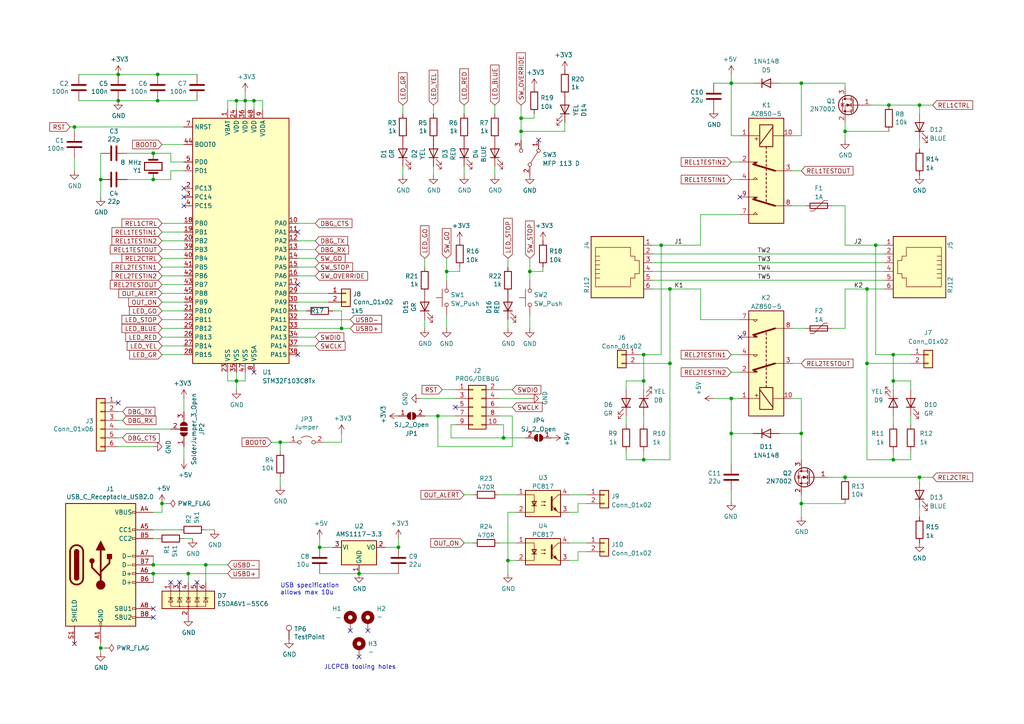
<source format=kicad_sch>
(kicad_sch (version 20211123) (generator eeschema)
  (paper "A4")
  (title_block (title "DCC cutter DC-01") (date "2023-01-22") (rev "1.0") (company "Model Railroader Club Brno I – KMŽ Brno I – https://kmz-brno.cz/") (comment 1 "Jan Horáček") (comment 2 "https://github.com/kmzbrnoI/dc01") (comment 3 "https://creativecommons.org/licenses/by-sa/4.0/") (comment 4 "Released under the Creative Commons Attribution-ShareAlike 4.0 License"))
  (junction (at 186.69 102.87))
  (junction (at 68.58 29.21))
  (junction (at 59.69 163.83))
  (junction (at 34.29 29.21))
  (junction (at 194.31 83.82))
  (junction (at 99.06 95.25))
  (junction (at 212.09 24.13))
  (junction (at 251.46 83.82))
  (junction (at 245.11 38.1))
  (junction (at 44.45 52.07))
  (junction (at 232.41 24.13))
  (junction (at 257.81 30.48))
  (junction (at 194.31 105.41))
  (junction (at 186.69 133.35))
  (junction (at 232.41 125.73))
  (junction (at 186.69 110.49))
  (junction (at 259.08 102.87))
  (junction (at 54.61 166.37))
  (junction (at 34.29 21.59))
  (junction (at 71.12 29.21))
  (junction (at 147.32 162.56))
  (junction (at 115.57 158.75))
  (junction (at 104.14 166.37))
  (junction (at 232.41 146.05))
  (junction (at 266.7 138.43))
  (junction (at 266.7 30.48))
  (junction (at 259.08 133.35))
  (junction (at 259.08 110.49))
  (junction (at 151.13 34.29))
  (junction (at 81.28 128.27))
  (junction (at 45.72 29.21))
  (junction (at 251.46 105.41))
  (junction (at 146.05 127))
  (junction (at 73.66 29.21))
  (junction (at 212.09 115.57))
  (junction (at 151.13 38.1))
  (junction (at 127 120.65))
  (junction (at 29.21 187.96))
  (junction (at 44.45 163.83))
  (junction (at 29.21 52.07))
  (junction (at 129.54 78.74))
  (junction (at 245.11 138.43))
  (junction (at 21.59 36.83))
  (junction (at 254 71.12))
  (junction (at 44.45 44.45))
  (junction (at 45.72 21.59))
  (junction (at 44.45 166.37))
  (junction (at 212.09 125.73))
  (junction (at 68.58 110.49))
  (junction (at 153.67 78.74))
  (junction (at 191.77 71.12))
  (junction (at 46.99 146.05))
  (junction (at 92.71 158.75))
  (no_connect (at 53.34 59.69))
  (no_connect (at 73.66 107.95))
  (no_connect (at 86.36 67.31))
  (no_connect (at 106.68 182.88))
  (no_connect (at 104.14 190.5))
  (no_connect (at 53.34 54.61))
  (no_connect (at 49.53 168.91))
  (no_connect (at 53.34 57.15))
  (no_connect (at 86.36 102.87))
  (no_connect (at 44.45 179.07))
  (no_connect (at 52.07 168.91))
  (no_connect (at 214.63 57.15))
  (no_connect (at 57.15 168.91))
  (no_connect (at 132.08 118.11))
  (no_connect (at 21.59 186.69))
  (no_connect (at 101.6 182.88))
  (no_connect (at 214.63 97.79))
  (no_connect (at 44.45 176.53))
  (no_connect (at 156.21 40.64))
  (no_connect (at 86.36 82.55))
  (no_connect (at 34.29 116.84))
  (wire (pts (xy 189.23 83.82) (xy 194.31 83.82)))
  (wire (pts (xy 73.66 29.21) (xy 73.66 31.75)))
  (wire (pts (xy 203.2 71.12) (xy 203.2 62.23)))
  (wire (pts (xy 130.81 127) (xy 130.81 123.19)))
  (wire (pts (xy 57.15 29.21) (xy 45.72 29.21)))
  (wire (pts (xy 251.46 83.82) (xy 251.46 105.41)))
  (wire (pts (xy 115.57 166.37) (xy 104.14 166.37)))
  (wire (pts (xy 189.23 71.12) (xy 191.77 71.12)))
  (wire (pts (xy 153.67 78.74) (xy 157.48 78.74)))
  (wire (pts (xy 266.7 30.48) (xy 266.7 33.02)))
  (wire (pts (xy 20.32 36.83) (xy 21.59 36.83)))
  (wire (pts (xy 245.11 38.1) (xy 245.11 35.56)))
  (wire (pts (xy 229.87 49.53) (xy 232.41 49.53)))
  (wire (pts (xy 125.73 48.26) (xy 125.73 50.8)))
  (wire (pts (xy 71.12 29.21) (xy 73.66 29.21)))
  (wire (pts (xy 254 102.87) (xy 259.08 102.87)))
  (wire (pts (xy 264.16 110.49) (xy 259.08 110.49)))
  (wire (pts (xy 264.16 133.35) (xy 259.08 133.35)))
  (wire (pts (xy 99.06 128.27) (xy 99.06 125.73)))
  (wire (pts (xy 153.67 91.44) (xy 153.67 95.25)))
  (wire (pts (xy 134.62 30.48) (xy 134.62 33.02)))
  (wire (pts (xy 68.58 29.21) (xy 71.12 29.21)))
  (wire (pts (xy 46.99 85.09) (xy 53.34 85.09)))
  (wire (pts (xy 189.23 76.2) (xy 256.54 76.2)))
  (wire (pts (xy 146.05 127) (xy 152.4 127)))
  (wire (pts (xy 30.48 187.96) (xy 29.21 187.96)))
  (wire (pts (xy 76.2 29.21) (xy 76.2 31.75)))
  (wire (pts (xy 44.45 52.07) (xy 49.53 52.07)))
  (wire (pts (xy 59.69 168.91) (xy 59.69 163.83)))
  (wire (pts (xy 144.78 120.65) (xy 148.59 120.65)))
  (wire (pts (xy 245.11 138.43) (xy 266.7 138.43)))
  (wire (pts (xy 143.51 50.8) (xy 143.51 48.26)))
  (wire (pts (xy 153.67 78.74) (xy 153.67 81.28)))
  (wire (pts (xy 186.69 110.49) (xy 186.69 113.03)))
  (wire (pts (xy 151.13 38.1) (xy 163.83 38.1)))
  (wire (pts (xy 55.88 156.21) (xy 53.34 156.21)))
  (wire (pts (xy 129.54 78.74) (xy 129.54 81.28)))
  (wire (pts (xy 96.52 158.75) (xy 92.71 158.75)))
  (wire (pts (xy 186.69 133.35) (xy 194.31 133.35)))
  (wire (pts (xy 232.41 146.05) (xy 232.41 143.51)))
  (wire (pts (xy 147.32 148.59) (xy 149.86 148.59)))
  (wire (pts (xy 44.45 166.37) (xy 54.61 166.37)))
  (wire (pts (xy 266.7 147.32) (xy 266.7 149.86)))
  (wire (pts (xy 212.09 142.24) (xy 212.09 145.415)))
  (wire (pts (xy 264.16 130.81) (xy 264.16 133.35)))
  (wire (pts (xy 46.99 100.33) (xy 53.34 100.33)))
  (wire (pts (xy 86.36 90.17) (xy 88.9 90.17)))
  (wire (pts (xy 132.08 113.03) (xy 128.27 113.03)))
  (wire (pts (xy 86.36 92.71) (xy 101.6 92.71)))
  (wire (pts (xy 44.45 148.59) (xy 46.99 148.59)))
  (wire (pts (xy 53.34 102.87) (xy 46.99 102.87)))
  (wire (pts (xy 66.04 29.21) (xy 68.58 29.21)))
  (wire (pts (xy 48.26 146.05) (xy 46.99 146.05)))
  (wire (pts (xy 181.61 120.65) (xy 181.61 123.19)))
  (wire (pts (xy 181.61 113.03) (xy 181.61 110.49)))
  (wire (pts (xy 22.86 21.59) (xy 34.29 21.59)))
  (wire (pts (xy 167.64 146.05) (xy 170.18 146.05)))
  (wire (pts (xy 232.41 125.73) (xy 232.41 133.35)))
  (wire (pts (xy 116.84 30.48) (xy 116.84 33.02)))
  (wire (pts (xy 21.59 36.83) (xy 53.34 36.83)))
  (wire (pts (xy 91.44 77.47) (xy 86.36 77.47)))
  (wire (pts (xy 264.16 120.65) (xy 264.16 123.19)))
  (wire (pts (xy 212.09 125.73) (xy 218.44 125.73)))
  (wire (pts (xy 165.1 157.48) (xy 170.18 157.48)))
  (wire (pts (xy 232.41 149.86) (xy 232.41 146.05)))
  (wire (pts (xy 127 120.65) (xy 132.08 120.65)))
  (wire (pts (xy 191.77 71.12) (xy 203.2 71.12)))
  (wire (pts (xy 212.09 24.13) (xy 212.09 39.37)))
  (wire (pts (xy 49.53 52.07) (xy 49.53 49.53)))
  (wire (pts (xy 229.87 39.37) (xy 232.41 39.37)))
  (wire (pts (xy 254 71.12) (xy 256.54 71.12)))
  (wire (pts (xy 34.29 119.38) (xy 35.56 119.38)))
  (wire (pts (xy 123.19 74.93) (xy 123.19 77.47)))
  (wire (pts (xy 212.09 24.13) (xy 218.44 24.13)))
  (wire (pts (xy 34.29 121.92) (xy 35.56 121.92)))
  (wire (pts (xy 212.09 115.57) (xy 214.63 115.57)))
  (wire (pts (xy 46.99 67.31) (xy 53.34 67.31)))
  (wire (pts (xy 144.78 157.48) (xy 149.86 157.48)))
  (wire (pts (xy 157.48 77.47) (xy 157.48 78.74)))
  (wire (pts (xy 144.78 143.51) (xy 149.86 143.51)))
  (wire (pts (xy 68.58 110.49) (xy 71.12 110.49)))
  (wire (pts (xy 153.67 74.93) (xy 153.67 78.74)))
  (wire (pts (xy 147.32 162.56) (xy 149.86 162.56)))
  (wire (pts (xy 163.83 35.56) (xy 163.83 38.1)))
  (wire (pts (xy 232.41 24.13) (xy 232.41 39.37)))
  (wire (pts (xy 185.42 105.41) (xy 194.31 105.41)))
  (wire (pts (xy 143.51 30.48) (xy 143.51 33.02)))
  (wire (pts (xy 49.53 124.46) (xy 34.29 124.46)))
  (wire (pts (xy 46.99 148.59) (xy 46.99 146.05)))
  (wire (pts (xy 81.28 128.27) (xy 78.74 128.27)))
  (wire (pts (xy 44.45 156.21) (xy 45.72 156.21)))
  (wire (pts (xy 245.11 146.05) (xy 232.41 146.05)))
  (wire (pts (xy 259.08 102.87) (xy 259.08 110.49)))
  (wire (pts (xy 54.61 168.91) (xy 54.61 166.37)))
  (wire (pts (xy 212.09 102.87) (xy 214.63 102.87)))
  (wire (pts (xy 147.32 162.56) (xy 147.32 148.59)))
  (wire (pts (xy 129.54 74.93) (xy 129.54 78.74)))
  (wire (pts (xy 127 120.65) (xy 123.19 120.65)))
  (wire (pts (xy 212.09 134.62) (xy 212.09 125.73)))
  (wire (pts (xy 53.34 119.38) (xy 53.34 115.57)))
  (wire (pts (xy 111.76 158.75) (xy 115.57 158.75)))
  (wire (pts (xy 62.23 153.67) (xy 59.69 153.67)))
  (wire (pts (xy 259.08 130.81) (xy 259.08 133.35)))
  (wire (pts (xy 229.87 105.41) (xy 232.41 105.41)))
  (wire (pts (xy 44.45 161.29) (xy 44.45 163.83)))
  (wire (pts (xy 229.87 115.57) (xy 232.41 115.57)))
  (wire (pts (xy 134.62 157.48) (xy 137.16 157.48)))
  (wire (pts (xy 130.81 123.19) (xy 132.08 123.19)))
  (wire (pts (xy 53.34 97.79) (xy 46.99 97.79)))
  (wire (pts (xy 144.78 123.19) (xy 146.05 123.19)))
  (wire (pts (xy 245.11 83.82) (xy 251.46 83.82)))
  (wire (pts (xy 264.16 102.87) (xy 259.08 102.87)))
  (wire (pts (xy 46.99 69.85) (xy 53.34 69.85)))
  (wire (pts (xy 181.61 110.49) (xy 186.69 110.49)))
  (wire (pts (xy 49.53 49.53) (xy 53.34 49.53)))
  (wire (pts (xy 36.83 44.45) (xy 44.45 44.45)))
  (wire (pts (xy 185.42 102.87) (xy 186.69 102.87)))
  (wire (pts (xy 232.41 115.57) (xy 232.41 125.73)))
  (wire (pts (xy 71.12 29.21) (xy 71.12 31.75)))
  (wire (pts (xy 245.11 71.12) (xy 254 71.12)))
  (wire (pts (xy 241.3 95.25) (xy 245.11 95.25)))
  (wire (pts (xy 212.09 39.37) (xy 214.63 39.37)))
  (wire (pts (xy 116.84 50.8) (xy 116.84 48.26)))
  (wire (pts (xy 86.36 87.63) (xy 95.25 87.63)))
  (wire (pts (xy 29.21 44.45) (xy 29.21 52.07)))
  (wire (pts (xy 151.13 34.29) (xy 151.13 38.1)))
  (wire (pts (xy 68.58 113.03) (xy 68.58 110.49)))
  (wire (pts (xy 144.78 118.11) (xy 148.59 118.11)))
  (wire (pts (xy 86.36 97.79) (xy 91.44 97.79)))
  (wire (pts (xy 266.7 138.43) (xy 270.51 138.43)))
  (wire (pts (xy 167.64 160.02) (xy 170.18 160.02)))
  (wire (pts (xy 207.01 115.57) (xy 212.09 115.57)))
  (wire (pts (xy 99.06 95.25) (xy 101.6 95.25)))
  (wire (pts (xy 44.45 153.67) (xy 52.07 153.67)))
  (wire (pts (xy 46.99 90.17) (xy 53.34 90.17)))
  (wire (pts (xy 154.94 33.02) (xy 154.94 34.29)))
  (wire (pts (xy 46.99 74.93) (xy 53.34 74.93)))
  (wire (pts (xy 167.64 162.56) (xy 167.64 160.02)))
  (wire (pts (xy 203.2 62.23) (xy 214.63 62.23)))
  (wire (pts (xy 46.99 82.55) (xy 53.34 82.55)))
  (wire (pts (xy 92.71 166.37) (xy 104.14 166.37)))
  (wire (pts (xy 266.7 40.64) (xy 266.7 43.18)))
  (wire (pts (xy 45.72 29.21) (xy 34.29 29.21)))
  (wire (pts (xy 130.81 127) (xy 146.05 127)))
  (wire (pts (xy 129.54 91.44) (xy 129.54 95.25)))
  (wire (pts (xy 86.36 72.39) (xy 91.44 72.39)))
  (wire (pts (xy 207.01 24.13) (xy 212.09 24.13)))
  (wire (pts (xy 46.99 87.63) (xy 53.34 87.63)))
  (wire (pts (xy 229.87 59.69) (xy 233.68 59.69)))
  (wire (pts (xy 35.56 127) (xy 34.29 127)))
  (wire (pts (xy 257.81 38.1) (xy 245.11 38.1)))
  (wire (pts (xy 68.58 107.95) (xy 68.58 110.49)))
  (wire (pts (xy 245.11 38.1) (xy 245.11 40.64)))
  (wire (pts (xy 91.44 80.01) (xy 86.36 80.01)))
  (wire (pts (xy 59.69 163.83) (xy 66.04 163.83)))
  (wire (pts (xy 46.99 92.71) (xy 53.34 92.71)))
  (wire (pts (xy 68.58 31.75) (xy 68.58 29.21)))
  (wire (pts (xy 44.45 129.54) (xy 34.29 129.54)))
  (wire (pts (xy 29.21 186.69) (xy 29.21 187.96)))
  (wire (pts (xy 259.08 110.49) (xy 259.08 113.03)))
  (wire (pts (xy 266.7 30.48) (xy 270.51 30.48)))
  (wire (pts (xy 121.92 115.57) (xy 132.08 115.57)))
  (wire (pts (xy 34.29 21.59) (xy 45.72 21.59)))
  (wire (pts (xy 212.09 52.07) (xy 214.63 52.07)))
  (wire (pts (xy 73.66 29.21) (xy 76.2 29.21)))
  (wire (pts (xy 186.69 120.65) (xy 186.69 123.19)))
  (wire (pts (xy 45.72 21.59) (xy 57.15 21.59)))
  (wire (pts (xy 186.69 102.87) (xy 186.69 110.49)))
  (wire (pts (xy 144.78 113.03) (xy 148.59 113.03)))
  (wire (pts (xy 147.32 166.37) (xy 147.32 162.56)))
  (wire (pts (xy 22.86 29.21) (xy 34.29 29.21)))
  (wire (pts (xy 44.45 44.45) (xy 49.53 44.45)))
  (wire (pts (xy 259.08 120.65) (xy 259.08 123.19)))
  (wire (pts (xy 251.46 133.35) (xy 259.08 133.35)))
  (wire (pts (xy 53.34 133.35) (xy 53.34 129.54)))
  (wire (pts (xy 46.99 72.39) (xy 53.34 72.39)))
  (wire (pts (xy 240.03 138.43) (xy 245.11 138.43)))
  (wire (pts (xy 251.46 133.35) (xy 251.46 105.41)))
  (wire (pts (xy 46.99 64.77) (xy 53.34 64.77)))
  (wire (pts (xy 212.09 107.95) (xy 214.63 107.95)))
  (wire (pts (xy 189.23 78.74) (xy 256.54 78.74)))
  (wire (pts (xy 251.46 83.82) (xy 256.54 83.82)))
  (wire (pts (xy 129.54 78.74) (xy 133.35 78.74)))
  (wire (pts (xy 127 129.54) (xy 127 120.65)))
  (wire (pts (xy 245.11 24.13) (xy 245.11 25.4)))
  (wire (pts (xy 91.44 74.93) (xy 86.36 74.93)))
  (wire (pts (xy 93.98 128.27) (xy 99.06 128.27)))
  (wire (pts (xy 71.12 107.95) (xy 71.12 110.49)))
  (wire (pts (xy 186.69 130.81) (xy 186.69 133.35)))
  (wire (pts (xy 181.61 133.35) (xy 186.69 133.35)))
  (wire (pts (xy 212.09 125.73) (xy 212.09 115.57)))
  (wire (pts (xy 125.73 30.48) (xy 125.73 33.02)))
  (wire (pts (xy 44.45 163.83) (xy 59.69 163.83)))
  (wire (pts (xy 92.71 156.21) (xy 92.71 158.75)))
  (wire (pts (xy 86.36 64.77) (xy 91.44 64.77)))
  (wire (pts (xy 254 71.12) (xy 254 102.87)))
  (wire (pts (xy 203.2 92.71) (xy 214.63 92.71)))
  (wire (pts (xy 123.19 95.25) (xy 123.19 92.71)))
  (wire (pts (xy 53.34 41.91) (xy 46.99 41.91)))
  (wire (pts (xy 151.13 30.48) (xy 151.13 34.29)))
  (wire (pts (xy 165.1 148.59) (xy 167.64 148.59)))
  (wire (pts (xy 229.87 95.25) (xy 233.68 95.25)))
  (wire (pts (xy 153.67 115.57) (xy 144.78 115.57)))
  (wire (pts (xy 245.11 59.69) (xy 245.11 71.12)))
  (wire (pts (xy 86.36 95.25) (xy 99.06 95.25)))
  (wire (pts (xy 264.16 105.41) (xy 251.46 105.41)))
  (wire (pts (xy 86.36 100.33) (xy 91.44 100.33)))
  (wire (pts (xy 49.53 46.99) (xy 49.53 44.45)))
  (wire (pts (xy 203.2 83.82) (xy 203.2 92.71)))
  (wire (pts (xy 189.23 73.66) (xy 256.54 73.66)))
  (wire (pts (xy 245.11 95.25) (xy 245.11 83.82)))
  (wire (pts (xy 189.23 81.28) (xy 256.54 81.28)))
  (wire (pts (xy 266.7 138.43) (xy 266.7 139.7)))
  (wire (pts (xy 191.77 102.87) (xy 191.77 71.12)))
  (wire (pts (xy 29.21 57.15) (xy 29.21 52.07)))
  (wire (pts (xy 86.36 69.85) (xy 91.44 69.85)))
  (wire (pts (xy 81.28 140.97) (xy 81.28 138.43)))
  (wire (pts (xy 165.1 143.51) (xy 170.18 143.51)))
  (wire (pts (xy 167.64 148.59) (xy 167.64 146.05)))
  (wire (pts (xy 46.99 77.47) (xy 53.34 77.47)))
  (wire (pts (xy 54.61 166.37) (xy 66.04 166.37)))
  (wire (pts (xy 29.21 187.96) (xy 29.21 189.23)))
  (wire (pts (xy 181.61 130.81) (xy 181.61 133.35)))
  (wire (pts (xy 71.12 26.67) (xy 71.12 29.21)))
  (wire (pts (xy 147.32 74.93) (xy 147.32 77.47)))
  (wire (pts (xy 134.62 143.51) (xy 137.16 143.51)))
  (wire (pts (xy 257.81 30.48) (xy 266.7 30.48)))
  (wire (pts (xy 252.73 30.48) (xy 257.81 30.48)))
  (wire (pts (xy 226.06 125.73) (xy 232.41 125.73)))
  (wire (pts (xy 165.1 162.56) (xy 167.64 162.56)))
  (wire (pts (xy 44.45 166.37) (xy 44.45 168.91)))
  (wire (pts (xy 241.3 59.69) (xy 245.11 59.69)))
  (wire (pts (xy 194.31 105.41) (xy 194.31 133.35)))
  (wire (pts (xy 264.16 113.03) (xy 264.16 110.49)))
  (wire (pts (xy 66.04 110.49) (xy 68.58 110.49)))
  (wire (pts (xy 194.31 105.41) (xy 194.31 83.82)))
  (wire (pts (xy 53.34 46.99) (xy 49.53 46.99)))
  (wire (pts (xy 81.28 128.27) (xy 83.82 128.27)))
  (wire (pts (xy 212.09 46.99) (xy 214.63 46.99)))
  (wire (pts (xy 66.04 107.95) (xy 66.04 110.49)))
  (wire (pts (xy 99.06 90.17) (xy 99.06 95.25)))
  (wire (pts (xy 36.83 52.07) (xy 44.45 52.07)))
  (wire (pts (xy 46.99 80.01) (xy 53.34 80.01)))
  (wire (pts (xy 232.41 24.13) (xy 245.11 24.13)))
  (wire (pts (xy 151.13 38.1) (xy 151.13 40.64)))
  (wire (pts (xy 212.09 21.59) (xy 212.09 24.13)))
  (wire (pts (xy 226.06 24.13) (xy 232.41 24.13)))
  (wire (pts (xy 86.36 85.09) (xy 95.25 85.09)))
  (wire (pts (xy 21.59 38.1) (xy 21.59 36.83)))
  (wire (pts (xy 96.52 90.17) (xy 99.06 90.17)))
  (wire (pts (xy 81.28 130.81) (xy 81.28 128.27)))
  (wire (pts (xy 115.57 156.21) (xy 115.57 158.75)))
  (wire (pts (xy 21.59 45.72) (xy 21.59 49.53)))
  (wire (pts (xy 146.05 123.19) (xy 146.05 127)))
  (wire (pts (xy 46.99 95.25) (xy 53.34 95.25)))
  (wire (pts (xy 134.62 48.26) (xy 134.62 50.8)))
  (wire (pts (xy 147.32 92.71) (xy 147.32 95.25)))
  (wire (pts (xy 186.69 102.87) (xy 191.77 102.87)))
  (wire (pts (xy 148.59 120.65) (xy 148.59 129.54)))
  (wire (pts (xy 66.04 31.75) (xy 66.04 29.21)))
  (wire (pts (xy 148.59 129.54) (xy 127 129.54)))
  (wire (pts (xy 151.13 34.29) (xy 154.94 34.29)))
  (wire (pts (xy 194.31 83.82) (xy 203.2 83.82)))
  (wire (pts (xy 133.35 77.47) (xy 133.35 78.74)))
  (text "JLCPCB tooling holes" (at 93.98 194.31 0) (effects (font (size 1.27 1.27)) (justify left bottom)))
  (text "USB specification\nallows max 10u" (at 81.28 172.72 0) (effects (font (size 1.27 1.27)) (justify left bottom)))
  (label "J2" (at 247.65 71.12 0))
  (label "TW3" (at 219.71 76.2 0))
  (label "TW4" (at 219.71 78.74 0))
  (label "TW5" (at 219.71 81.28 0))
  (label "K2" (at 247.65 83.82 0))
  (label "K1" (at 195.58 83.82 0))
  (label "TW2" (at 219.71 73.66 0))
  (label "J1" (at 195.58 71.12 0))
  (global_label "OUT_ALERT" (shape input) (at 46.99 85.09 180) (property "Intersheet References" "${INTERSHEET_REFS}" (effects hide)))
  (global_label "REL1TESTIN2" (shape input) (at 46.99 69.85 180) (property "Intersheet References" "${INTERSHEET_REFS}" (effects hide)))
  (global_label "REL1TESTIN1" (shape input) (at 46.99 67.31 180) (property "Intersheet References" "${INTERSHEET_REFS}" (effects hide)))
  (global_label "SWDIO" (shape input) (at 91.44 97.79 0) (property "Intersheet References" "${INTERSHEET_REFS}" (effects hide)))
  (global_label "RST" (shape input) (at 20.32 36.83 180) (property "Intersheet References" "${INTERSHEET_REFS}" (effects hide)))
  (global_label "REL2TESTOUT" (shape input) (at 232.41 105.41 0) (property "Intersheet References" "${INTERSHEET_REFS}" (effects hide)))
  (global_label "LED_STOP" (shape input) (at 46.99 92.71 180) (property "Intersheet References" "${INTERSHEET_REFS}" (effects hide)))
  (global_label "REL1TESTOUT" (shape input) (at 46.99 72.39 180) (property "Intersheet References" "${INTERSHEET_REFS}" (effects hide)))
  (global_label "DBG_RX" (shape input) (at 91.44 72.39 0) (property "Intersheet References" "${INTERSHEET_REFS}" (effects hide)))
  (global_label "REL1TESTIN2" (shape input) (at 212.09 46.99 180) (property "Intersheet References" "${INTERSHEET_REFS}" (effects hide)))
  (global_label "REL2TESTIN1" (shape input) (at 212.09 102.87 180) (property "Intersheet References" "${INTERSHEET_REFS}" (effects hide)))
  (global_label "USBD-" (shape input) (at 66.04 163.83 0) (property "Intersheet References" "${INTERSHEET_REFS}" (effects hide)))
  (global_label "LED_GO" (shape input) (at 123.19 74.93 90) (property "Intersheet References" "${INTERSHEET_REFS}" (effects hide)))
  (global_label "LED_GR" (shape input) (at 116.84 30.48 90) (property "Intersheet References" "${INTERSHEET_REFS}" (effects hide)))
  (global_label "LED_YEL" (shape input) (at 46.99 100.33 180) (property "Intersheet References" "${INTERSHEET_REFS}" (effects hide)))
  (global_label "DBG_TX" (shape input) (at 91.44 69.85 0) (property "Intersheet References" "${INTERSHEET_REFS}" (effects hide)))
  (global_label "SWDIO" (shape input) (at 148.59 113.03 0) (property "Intersheet References" "${INTERSHEET_REFS}" (effects hide)))
  (global_label "REL1TESTIN1" (shape input) (at 212.09 52.07 180) (property "Intersheet References" "${INTERSHEET_REFS}" (effects hide)))
  (global_label "OUT_ON" (shape input) (at 46.99 87.63 180) (property "Intersheet References" "${INTERSHEET_REFS}" (effects hide)))
  (global_label "LED_GO" (shape input) (at 46.99 90.17 180) (property "Intersheet References" "${INTERSHEET_REFS}" (effects hide)))
  (global_label "USBD-" (shape input) (at 101.6 92.71 0) (property "Intersheet References" "${INTERSHEET_REFS}" (effects hide)))
  (global_label "SW_GO" (shape input) (at 91.44 74.93 0) (property "Intersheet References" "${INTERSHEET_REFS}" (effects hide)))
  (global_label "OUT_ALERT" (shape input) (at 134.62 143.51 180) (property "Intersheet References" "${INTERSHEET_REFS}" (effects hide)))
  (global_label "LED_RED" (shape input) (at 46.99 97.79 180) (property "Intersheet References" "${INTERSHEET_REFS}" (effects hide)))
  (global_label "RST" (shape input) (at 128.27 113.03 180) (property "Intersheet References" "${INTERSHEET_REFS}" (effects hide)))
  (global_label "REL1CTRL" (shape input) (at 270.51 30.48 0) (property "Intersheet References" "${INTERSHEET_REFS}" (effects hide)))
  (global_label "SW_OVERRIDE" (shape input) (at 151.13 30.48 90) (property "Intersheet References" "${INTERSHEET_REFS}" (effects hide)))
  (global_label "REL2TESTIN2" (shape input) (at 46.99 80.01 180) (property "Intersheet References" "${INTERSHEET_REFS}" (effects hide)))
  (global_label "SW_OVERRIDE" (shape input) (at 91.44 80.01 0) (property "Intersheet References" "${INTERSHEET_REFS}" (effects hide)))
  (global_label "BOOT0" (shape input) (at 78.74 128.27 180) (property "Intersheet References" "${INTERSHEET_REFS}" (effects hide)))
  (global_label "REL2TESTIN1" (shape input) (at 46.99 77.47 180) (property "Intersheet References" "${INTERSHEET_REFS}" (effects hide)))
  (global_label "OUT_ON" (shape input) (at 134.62 157.48 180) (property "Intersheet References" "${INTERSHEET_REFS}" (effects hide)))
  (global_label "DBG_TX" (shape input) (at 35.56 119.38 0) (property "Intersheet References" "${INTERSHEET_REFS}" (effects hide)))
  (global_label "LED_GR" (shape input) (at 46.99 102.87 180) (property "Intersheet References" "${INTERSHEET_REFS}" (effects hide)))
  (global_label "SW_GO" (shape input) (at 129.54 74.93 90) (property "Intersheet References" "${INTERSHEET_REFS}" (effects hide)))
  (global_label "DBG_RX" (shape input) (at 35.56 121.92 0) (property "Intersheet References" "${INTERSHEET_REFS}" (effects hide)))
  (global_label "REL2CTRL" (shape input) (at 46.99 74.93 180) (property "Intersheet References" "${INTERSHEET_REFS}" (effects hide)))
  (global_label "LED_BLUE" (shape input) (at 46.99 95.25 180) (property "Intersheet References" "${INTERSHEET_REFS}" (effects hide)))
  (global_label "SW_STOP" (shape input) (at 153.67 74.93 90) (property "Intersheet References" "${INTERSHEET_REFS}" (effects hide)))
  (global_label "DBG_CTS" (shape input) (at 91.44 64.77 0) (property "Intersheet References" "${INTERSHEET_REFS}" (effects hide)))
  (global_label "LED_BLUE" (shape input) (at 143.51 30.48 90) (property "Intersheet References" "${INTERSHEET_REFS}" (effects hide)))
  (global_label "USBD+" (shape input) (at 101.6 95.25 0) (property "Intersheet References" "${INTERSHEET_REFS}" (effects hide)))
  (global_label "LED_RED" (shape input) (at 134.62 30.48 90) (property "Intersheet References" "${INTERSHEET_REFS}" (effects hide)))
  (global_label "SWCLK" (shape input) (at 91.44 100.33 0) (property "Intersheet References" "${INTERSHEET_REFS}" (effects hide)))
  (global_label "REL2CTRL" (shape input) (at 270.51 138.43 0) (property "Intersheet References" "${INTERSHEET_REFS}" (effects hide)))
  (global_label "BOOT0" (shape input) (at 46.99 41.91 180) (property "Intersheet References" "${INTERSHEET_REFS}" (effects hide)))
  (global_label "REL2TESTIN2" (shape input) (at 212.09 107.95 180) (property "Intersheet References" "${INTERSHEET_REFS}" (effects hide)))
  (global_label "REL2TESTOUT" (shape input) (at 46.99 82.55 180) (property "Intersheet References" "${INTERSHEET_REFS}" (effects hide)))
  (global_label "LED_YEL" (shape input) (at 125.73 30.48 90) (property "Intersheet References" "${INTERSHEET_REFS}" (effects hide)))
  (global_label "DBG_CTS" (shape input) (at 35.56 127 0) (property "Intersheet References" "${INTERSHEET_REFS}" (effects hide)))
  (global_label "SWCLK" (shape input) (at 148.59 118.11 0) (property "Intersheet References" "${INTERSHEET_REFS}" (effects hide)))
  (global_label "SW_STOP" (shape input) (at 91.44 77.47 0) (property "Intersheet References" "${INTERSHEET_REFS}" (effects hide)))
  (global_label "USBD+" (shape input) (at 66.04 166.37 0) (property "Intersheet References" "${INTERSHEET_REFS}" (effects hide)))
  (global_label "REL1CTRL" (shape input) (at 46.99 64.77 180) (property "Intersheet References" "${INTERSHEET_REFS}" (effects hide)))
  (global_label "REL1TESTOUT" (shape input) (at 232.41 49.53 0) (property "Intersheet References" "${INTERSHEET_REFS}" (effects hide)))
  (global_label "LED_STOP" (shape input) (at 147.32 74.93 90) (property "Intersheet References" "${INTERSHEET_REFS}" (effects hide)))
  (symbol (lib_id "Connector:RJ12") (at 266.7 76.2 180) (unit 1)
    (property "Reference" "J5" (at 275.59 72.39 90) (effects (justify right)))
    (property "Value" "RJ12" (at 275.59 85.09 90) (effects (justify right)))
    (property "Footprint" "Connector_RJ:RJ25_Wayconn_MJEA-660X1_Horizontal" (effects hide))
    (property "JLCPCB_IGNORE" "true" (effects hide))
  )
  (symbol (lib_id "Connector:RJ12") (at 179.07 76.2 0) (mirror x) (unit 1)
    (property "Reference" "J4" (at 170.18 72.39 90) (effects (justify right)))
    (property "Value" "RJ12" (at 170.18 85.09 90) (effects (justify right)))
    (property "Footprint" "Connector_RJ:RJ25_Wayconn_MJEA-660X1_Horizontal" (effects hide))
    (property "JLCPCB_IGNORE" "true" (effects hide))
  )
  (symbol (lib_id "Device:C") (at 92.71 162.56 0) (mirror x) (unit 1)
    (property "Reference" "C8" (at 89.789 161.3916 0) (effects (justify right)))
    (property "Value" "10u" (at 89.789 163.703 0) (effects (justify right)))
    (property "Footprint" "Capacitor_SMD:C_0805_2012Metric" (effects hide))
    (property "LCSC" "C45783" (effects hide))
  )
  (symbol (lib_id "Device:R") (at 49.53 156.21 270) (mirror x) (unit 1)
    (property "Reference" "R1" (at 48.3616 157.988 0) (effects (justify right)))
    (property "Value" "5k1" (at 50.673 157.988 0) (effects (justify right)))
    (property "Footprint" "Resistor_SMD:R_0805_2012Metric" (effects hide))
    (property "LCSC" "C27834" (effects hide))
  )
  (symbol (lib_id "power:GND") (at 29.21 189.23 0) (unit 1)
    (property "Reference" "#PWR05" (effects hide))
    (property "Value" "GND" (at 29.337 193.6242 0))
  )
  (symbol (lib_id "Connector:USB_C_Receptacle_USB2.0") (at 29.21 163.83 0) (unit 1)
    (property "Reference" "J1" (at 31.9278 141.8082 0))
    (property "Value" "USB_C_Receptacle_USB2.0" (at 31.9278 144.1196 0))
    (property "Footprint" "Connector_USB:USB_C_Receptacle_HRO_TYPE-C-31-M-12" (effects hide))
    (property "Datasheet" "https://www.usb.org/sites/default/files/documents/usb_type-c.zip" (effects hide))
    (property "LCSC" "C165948" (effects hide))
  )
  (symbol (lib_id "Device:R") (at 55.88 153.67 90) (unit 1)
    (property "Reference" "R2" (at 54.7116 151.892 0) (effects (justify left)))
    (property "Value" "5k1" (at 57.023 151.892 0) (effects (justify left)))
    (property "Footprint" "Resistor_SMD:R_0805_2012Metric" (effects hide))
    (property "LCSC" "C27834" (effects hide))
  )
  (symbol (lib_id "power:GND") (at 55.88 156.21 0) (unit 1)
    (property "Reference" "#PWR07" (effects hide))
    (property "Value" "GND" (at 56.007 160.6042 0))
  )
  (symbol (lib_id "power:GND") (at 62.23 153.67 0) (unit 1)
    (property "Reference" "#PWR010" (effects hide))
    (property "Value" "GND" (at 62.357 158.0642 0))
  )
  (symbol (lib_id "MCU_ST_STM32F1:STM32F103C8Tx") (at 71.12 69.85 0) (unit 1)
    (property "Reference" "U1" (at 77.47 107.95 0))
    (property "Value" "STM32F103C8Tx" (at 83.82 110.49 0))
    (property "Footprint" "Package_QFP:LQFP-48_7x7mm_P0.5mm" (effects hide))
    (property "Datasheet" "http://www.st.com/st-web-ui/static/active/en/resource/technical/document/datasheet/CD00161566.pdf" (effects hide))
    (property "LCSC" "C8734" (effects hide))
    (property "JLCPCB_CORRECTION" "0;0;-90" (effects hide))
  )
  (symbol (lib_id "Regulator_Linear:AMS1117-3.3") (at 104.14 158.75 0) (unit 1)
    (property "Reference" "U2" (at 104.14 152.6032 0))
    (property "Value" "AMS1117-3.3" (at 104.14 154.9146 0))
    (property "Footprint" "Package_TO_SOT_SMD:SOT-223-3_TabPin2" (effects hide))
    (property "Datasheet" "http://www.advanced-monolithic.com/pdf/ds1117.pdf" (effects hide))
    (property "LCSC" "C6186" (effects hide))
    (property "JLCPCB_CORRECTION" "0;0;180" (effects hide))
  )
  (symbol (lib_id "Device:C") (at 57.15 25.4 0) (mirror x) (unit 1)
    (property "Reference" "C7" (at 54.229 24.2316 0) (effects (justify right)))
    (property "Value" "100n" (at 54.229 26.543 0) (effects (justify right)))
    (property "Footprint" "Capacitor_SMD:C_0805_2012Metric" (effects hide))
    (property "LCSC" "C49678" (effects hide))
  )
  (symbol (lib_id "power:+3V3") (at 115.57 156.21 0) (unit 1)
    (property "Reference" "#PWR013" (effects hide))
    (property "Value" "+3V3" (at 115.951 151.8158 0))
  )
  (symbol (lib_id "Device:C") (at 115.57 162.56 0) (unit 1)
    (property "Reference" "C9" (at 118.491 161.3916 0) (effects (justify left)))
    (property "Value" "22u" (at 118.491 163.703 0) (effects (justify left)))
    (property "Footprint" "Capacitor_SMD:C_0805_2012Metric" (effects hide))
    (property "LCSC" "C45783" (effects hide))
  )
  (symbol (lib_id "power:+5V") (at 46.99 146.05 0) (unit 1)
    (property "Reference" "#PWR06" (effects hide))
    (property "Value" "+5V" (at 47.371 141.6558 0))
  )
  (symbol (lib_id "power:+5V") (at 92.71 156.21 0) (unit 1)
    (property "Reference" "#PWR011" (effects hide))
    (property "Value" "+5V" (at 93.091 151.8158 0))
  )
  (symbol (lib_id "power:GND") (at 104.14 166.37 0) (unit 1)
    (property "Reference" "#PWR012" (effects hide))
    (property "Value" "GND" (at 104.267 170.7642 0))
  )
  (symbol (lib_id "Jumper:SolderJumper_2_Open") (at 119.38 120.65 0) (unit 1)
    (property "Reference" "JP1" (at 119.38 125.73 0))
    (property "Value" "SJ_2_Open" (at 119.38 123.19 0))
    (property "Footprint" "Jumper:SolderJumper-2_P1.3mm_Open_RoundedPad1.0x1.5mm" (effects hide))
    (property "JLCPCB_IGNORE" "true" (effects hide))
  )
  (symbol (lib_id "Connector_Generic:Conn_02x05_Odd_Even") (at 137.16 118.11 0) (unit 1)
    (property "Reference" "J2" (at 138.43 107.5182 0))
    (property "Value" "PROG/DEBUG" (at 138.43 109.8296 0))
    (property "Footprint" "Connector_PinHeader_2.54mm:PinHeader_2x05_P2.54mm_Vertical" (effects hide))
    (property "JLCPCB_IGNORE" "true" (effects hide))
  )
  (symbol (lib_id "Jumper:Jumper_2_Open") (at 88.9 128.27 0) (unit 1)
    (property "Reference" "JP3" (at 88.9 121.5644 0))
    (property "Value" "Jumper" (at 88.9 123.8758 0))
    (property "Footprint" "Connector_PinHeader_2.54mm:PinHeader_1x02_P2.54mm_Vertical" (effects hide))
    (property "JLCPCB_IGNORE" "true" (effects hide))
  )
  (symbol (lib_id "power:+3V3") (at 71.12 26.67 0) (unit 1)
    (property "Reference" "#PWR09" (effects hide))
    (property "Value" "+3V3" (at 71.501 22.2758 0))
  )
  (symbol (lib_id "power:GND") (at 68.58 113.03 0) (unit 1)
    (property "Reference" "#PWR08" (effects hide))
    (property "Value" "GND" (at 68.707 117.4242 0))
  )
  (symbol (lib_id "Device:R") (at 81.28 134.62 0) (mirror x) (unit 1)
    (property "Reference" "R4" (at 79.502 133.4516 0) (effects (justify right)))
    (property "Value" "10k" (at 79.502 135.763 0) (effects (justify right)))
    (property "Footprint" "Resistor_SMD:R_0805_2012Metric" (effects hide))
    (property "LCSC" "C17414" (effects hide))
  )
  (symbol (lib_id "power:GND") (at 81.28 140.97 0) (unit 1)
    (property "Reference" "#PWR016" (effects hide))
    (property "Value" "GND" (at 81.407 145.3642 0))
  )
  (symbol (lib_id "Device:Crystal") (at 44.45 48.26 90) (unit 1)
    (property "Reference" "Y1" (at 41.1226 49.4284 90) (effects (justify left)))
    (property "Value" "8 MHz" (at 41.1226 47.117 90) (effects (justify left)))
    (property "Footprint" "Crystal:Crystal_SMD_5032-2Pin_5.0x3.2mm" (effects hide))
    (property "LCSC" "C115962" (effects hide))
  )
  (symbol (lib_id "Device:C") (at 33.02 44.45 270) (unit 1)
    (property "Reference" "C3" (at 33.02 38.0492 90))
    (property "Value" "22p" (at 33.02 40.3606 90))
    (property "Footprint" "Capacitor_SMD:C_0805_2012Metric" (effects hide))
    (property "LCSC" "C1804" (effects hide))
  )
  (symbol (lib_id "Device:C") (at 33.02 52.07 90) (mirror x) (unit 1)
    (property "Reference" "C4" (at 33.02 56.134 90))
    (property "Value" "22p" (at 33.02 58.4454 90))
    (property "Footprint" "Capacitor_SMD:C_0805_2012Metric" (effects hide))
    (property "LCSC" "C1804" (effects hide))
  )
  (symbol (lib_id "power:GND") (at 121.92 115.57 270) (unit 1)
    (property "Reference" "#PWR017" (effects hide))
    (property "Value" "GND" (at 117.5258 115.697 0))
  )
  (symbol (lib_id "power:GND") (at 153.67 115.57 90) (unit 1)
    (property "Reference" "#PWR025" (effects hide))
    (property "Value" "GND" (at 158.0642 115.443 0))
  )
  (symbol (lib_id "power:+3V3") (at 99.06 125.73 0) (unit 1)
    (property "Reference" "#PWR023" (effects hide))
    (property "Value" "+3V3" (at 99.441 121.3358 0))
  )
  (symbol (lib_id "power:GND") (at 29.21 57.15 0) (unit 1)
    (property "Reference" "#PWR02" (effects hide))
    (property "Value" "GND" (at 29.337 61.5442 0))
  )
  (symbol (lib_id "power:+3V3") (at 115.57 120.65 90) (unit 1)
    (property "Reference" "#PWR015" (effects hide))
    (property "Value" "+3V3" (at 111.1758 120.269 0))
  )
  (symbol (lib_id "power:+3V3") (at 34.29 21.59 0) (unit 1)
    (property "Reference" "#PWR03" (effects hide))
    (property "Value" "+3V3" (at 34.671 17.1958 0))
  )
  (symbol (lib_id "power:GND") (at 34.29 29.21 0) (unit 1)
    (property "Reference" "#PWR04" (effects hide))
    (property "Value" "GND" (at 34.417 33.6042 0))
  )
  (symbol (lib_id "Device:C") (at 34.29 25.4 0) (mirror x) (unit 1)
    (property "Reference" "C5" (at 31.369 24.2316 0) (effects (justify right)))
    (property "Value" "100n" (at 31.369 26.543 0) (effects (justify right)))
    (property "Footprint" "Capacitor_SMD:C_0805_2012Metric" (effects hide))
    (property "LCSC" "C49678" (effects hide))
  )
  (symbol (lib_id "Jumper:SolderJumper_2_Open") (at 156.21 127 180) (unit 1)
    (property "Reference" "JP4" (at 156.21 121.92 0))
    (property "Value" "SJ_2_Open" (at 156.21 124.46 0))
    (property "Footprint" "Jumper:SolderJumper-2_P1.3mm_Open_RoundedPad1.0x1.5mm" (effects hide))
    (property "JLCPCB_IGNORE" "true" (effects hide))
  )
  (symbol (lib_id "Device:C") (at 22.86 25.4 0) (mirror x) (unit 1)
    (property "Reference" "C2" (at 19.939 24.2316 0) (effects (justify right)))
    (property "Value" "100n" (at 19.939 26.543 0) (effects (justify right)))
    (property "Footprint" "Capacitor_SMD:C_0805_2012Metric" (effects hide))
    (property "LCSC" "C49678" (effects hide))
  )
  (symbol (lib_id "Device:C") (at 45.72 25.4 0) (mirror x) (unit 1)
    (property "Reference" "C6" (at 42.799 24.2316 0) (effects (justify right)))
    (property "Value" "100n" (at 42.799 26.543 0) (effects (justify right)))
    (property "Footprint" "Capacitor_SMD:C_0805_2012Metric" (effects hide))
    (property "LCSC" "C49678" (effects hide))
  )
  (symbol (lib_id "power:+5V") (at 160.02 127 270) (unit 1)
    (property "Reference" "#PWR026" (effects hide))
    (property "Value" "+5V" (at 164.4142 127.381 0))
  )
  (symbol (lib_id "power:PWR_FLAG") (at 30.48 187.96 270) (unit 1)
    (property "Reference" "#FLG01" (effects hide))
    (property "Value" "PWR_FLAG" (at 33.7312 187.96 90) (effects (justify left)))
  )
  (symbol (lib_id "power:PWR_FLAG") (at 48.26 146.05 270) (unit 1)
    (property "Reference" "#FLG02" (effects hide))
    (property "Value" "PWR_FLAG" (at 51.5112 146.05 90) (effects (justify left)))
  )
  (symbol (lib_id "Device:C") (at 21.59 41.91 0) (mirror x) (unit 1)
    (property "Reference" "C1" (at 18.669 40.7416 0) (effects (justify right)))
    (property "Value" "100n" (at 18.669 43.053 0) (effects (justify right)))
    (property "Footprint" "Capacitor_SMD:C_0805_2012Metric" (effects hide))
    (property "LCSC" "C49678" (effects hide))
  )
  (symbol (lib_id "power:GND") (at 21.59 49.53 0) (unit 1)
    (property "Reference" "#PWR01" (effects hide))
    (property "Value" "GND" (at 21.717 53.9242 0))
  )
  (symbol (lib_id "power:GND") (at 44.45 129.54 90) (mirror x) (unit 1)
    (property "Reference" "#PWR022" (effects hide))
    (property "Value" "GND" (at 48.8442 129.667 0))
  )
  (symbol (lib_id "Connector_Generic:Conn_01x06") (at 29.21 121.92 0) (mirror y) (unit 1)
    (property "Reference" "J3" (at 27.178 122.1232 0) (effects (justify left)))
    (property "Value" "Conn_01x06" (at 27.178 124.4346 0) (effects (justify left)))
    (property "Footprint" "Connector_PinHeader_2.54mm:PinHeader_1x06_P2.54mm_Vertical" (effects hide))
    (property "JLCPCB_IGNORE" "true" (effects hide))
  )
  (symbol (lib_id "Power_Protection:ESDA6V1-5SC6") (at 54.61 173.99 0) (unit 1)
    (property "Reference" "D7" (at 62.992 172.8216 0) (effects (justify left)))
    (property "Value" "ESDA6V1-5SC6" (at 62.992 175.133 0) (effects (justify left)))
    (property "Footprint" "Package_TO_SOT_SMD:SOT-23-6" (effects hide))
    (property "Datasheet" "www.st.com/resource/en/datasheet/esda6v1-5sc6.pdf" (effects hide))
    (property "LCSC" "C6650" (effects hide))
    (property "JLCPCB_CORRECTION" "0;0;180" (effects hide))
  )
  (symbol (lib_id "power:GND") (at 54.61 179.07 0) (unit 1)
    (property "Reference" "#PWR0103" (effects hide))
    (property "Value" "GND" (at 54.737 183.4642 0))
  )
  (symbol (lib_id "Jumper:SolderJumper_3_Open") (at 53.34 124.46 270) (mirror x) (unit 1)
    (property "Reference" "JP2" (at 58.547 124.46 0))
    (property "Value" "SolderJumper_3_Open" (at 56.2356 124.46 0))
    (property "Footprint" "Jumper:SolderJumper-3_P1.3mm_Open_RoundedPad1.0x1.5mm_NumberLabels" (effects hide))
    (property "JLCPCB_IGNORE" "true" (effects hide))
  )
  (symbol (lib_id "power:+3V3") (at 53.34 115.57 0) (mirror y) (unit 1)
    (property "Reference" "#PWR019" (effects hide))
    (property "Value" "+3V3" (at 52.959 111.1758 0))
  )
  (symbol (lib_id "power:+5V") (at 53.34 133.35 0) (mirror x) (unit 1)
    (property "Reference" "#PWR020" (effects hide))
    (property "Value" "+5V" (at 53.721 137.7442 0))
  )
  (symbol (lib_id "Device:LED") (at 143.51 44.45 90) (unit 1)
    (property "Reference" "D4" (at 137.9982 44.6278 0))
    (property "Value" "BLUE" (at 140.3096 44.6278 0))
    (property "Footprint" "LED_SMD:LED_0805_2012Metric" (effects hide))
    (property "LCSC" "C2293" (effects hide))
  )
  (symbol (lib_id "Device:LED") (at 134.62 44.45 90) (unit 1)
    (property "Reference" "D3" (at 129.1082 44.6278 0))
    (property "Value" "RED" (at 131.4196 44.6278 0))
    (property "Footprint" "LED_SMD:LED_0805_2012Metric" (effects hide))
    (property "LCSC" "C84256" (effects hide))
  )
  (symbol (lib_id "Device:LED") (at 125.73 44.45 90) (unit 1)
    (property "Reference" "D2" (at 120.2182 44.6278 0))
    (property "Value" "YEL" (at 122.5296 44.6278 0))
    (property "Footprint" "LED_SMD:LED_0805_2012Metric" (effects hide))
    (property "LCSC" "C2296" (effects hide))
  )
  (symbol (lib_id "Device:LED") (at 116.84 44.45 90) (unit 1)
    (property "Reference" "D1" (at 111.3282 44.6278 0))
    (property "Value" "GR" (at 113.6396 44.6278 0))
    (property "Footprint" "LED_SMD:LED_0805_2012Metric" (effects hide))
    (property "LCSC" "C2297" (effects hide))
  )
  (symbol (lib_id "Connector:TestPoint") (at 83.82 185.42 0) (unit 1)
    (property "Reference" "TP6" (at 85.2932 182.4228 0) (effects (justify left)))
    (property "Value" "TestPoint" (at 85.2932 184.7342 0) (effects (justify left)))
    (property "Footprint" "TestPoint:TestPoint_Loop_D3.50mm_Drill1.4mm_Beaded" (effects hide))
    (property "JLCPCB_IGNORE" "true" (effects hide))
  )
  (symbol (lib_id "power:GND") (at 83.82 185.42 0) (unit 1)
    (property "Reference" "#PWR0104" (effects hide))
    (property "Value" "GND" (at 83.947 189.8142 0))
  )
  (symbol (lib_id "power:GND") (at 116.84 50.8 0) (unit 1)
    (property "Reference" "#PWR014" (effects hide))
    (property "Value" "GND" (at 116.967 55.1942 0))
  )
  (symbol (lib_id "Connector_Generic:Conn_01x02") (at 100.33 85.09 0) (unit 1)
    (property "Reference" "J8" (at 102.362 85.2932 0) (effects (justify left)))
    (property "Value" "Conn_01x02" (at 102.362 87.6046 0) (effects (justify left)))
    (property "Footprint" "Connector_PinHeader_2.54mm:PinHeader_1x02_P2.54mm_Vertical" (effects hide))
    (property "JLCPCB_IGNORE" "true" (effects hide))
  )
  (symbol (lib_id "Device:R") (at 92.71 90.17 270) (mirror x) (unit 1)
    (property "Reference" "R17" (at 93.98 90.17 90) (effects (justify right)))
    (property "Value" "1k5" (at 105.41 90.17 90) (effects (justify right)))
    (property "Footprint" "Resistor_SMD:R_0805_2012Metric" (effects hide))
    (property "LCSC" "C4310" (effects hide))
  )
  (symbol (lib_id "power:GND") (at 125.73 50.8 0) (unit 1)
    (property "Reference" "#PWR018" (effects hide))
    (property "Value" "GND" (at 125.857 55.1942 0))
  )
  (symbol (lib_id "power:GND") (at 134.62 50.8 0) (unit 1)
    (property "Reference" "#PWR021" (effects hide))
    (property "Value" "GND" (at 134.747 55.1942 0))
  )
  (symbol (lib_id "power:GND") (at 143.51 50.8 0) (unit 1)
    (property "Reference" "#PWR024" (effects hide))
    (property "Value" "GND" (at 143.637 55.1942 0))
  )
  (symbol (lib_id "Device:R") (at 116.84 36.83 0) (mirror x) (unit 1)
    (property "Reference" "R3" (at 115.062 35.6616 0) (effects (justify right)))
    (property "Value" "1k" (at 115.062 37.973 0) (effects (justify right)))
    (property "Footprint" "Resistor_SMD:R_0805_2012Metric" (effects hide))
    (property "LCSC" "C17513" (effects hide))
  )
  (symbol (lib_id "Device:R") (at 125.73 36.83 0) (mirror x) (unit 1)
    (property "Reference" "R5" (at 123.952 35.6616 0) (effects (justify right)))
    (property "Value" "1k" (at 123.952 37.973 0) (effects (justify right)))
    (property "Footprint" "Resistor_SMD:R_0805_2012Metric" (effects hide))
    (property "LCSC" "C17513" (effects hide))
  )
  (symbol (lib_id "Device:R") (at 134.62 36.83 0) (mirror x) (unit 1)
    (property "Reference" "R6" (at 132.842 35.6616 0) (effects (justify right)))
    (property "Value" "1k" (at 132.842 37.973 0) (effects (justify right)))
    (property "Footprint" "Resistor_SMD:R_0805_2012Metric" (effects hide))
    (property "LCSC" "C17513" (effects hide))
  )
  (symbol (lib_id "Device:R") (at 143.51 36.83 0) (mirror x) (unit 1)
    (property "Reference" "R7" (at 141.732 35.6616 0) (effects (justify right)))
    (property "Value" "1k" (at 141.732 37.973 0) (effects (justify right)))
    (property "Footprint" "Resistor_SMD:R_0805_2012Metric" (effects hide))
    (property "LCSC" "C17513" (effects hide))
  )
  (symbol (lib_id "Mechanical:MountingHole_Pad") (at 106.68 180.34 0) (unit 1)
    (property "Reference" "H2" (at 109.22 176.5554 0) (effects (justify left)))
    (property "Value" "-" (at 109.22 178.8668 0) (effects (justify left)))
    (property "Footprint" "jlcpcb_tooling_holes:jlcpcb_tooling_holes" (effects hide))
    (property "JLCPCB_IGNORE" "true" (effects hide))
  )
  (symbol (lib_id "Mechanical:MountingHole_Pad") (at 101.6 180.34 0) (mirror y) (unit 1)
    (property "Reference" "H1" (at 99.06 176.53 0) (effects (justify left)))
    (property "Value" "-" (at 99.06 179.07 0) (effects (justify left)))
    (property "Footprint" "jlcpcb_tooling_holes:jlcpcb_tooling_holes" (effects hide))
    (property "JLCPCB_IGNORE" "true" (effects hide))
  )
  (symbol (lib_id "Mechanical:MountingHole_Pad") (at 104.14 187.96 0) (unit 1)
    (property "Reference" "H3" (at 106.68 186.7154 0) (effects (justify left)))
    (property "Value" "-" (at 106.68 189.0268 0) (effects (justify left)))
    (property "Footprint" "jlcpcb_tooling_holes:jlcpcb_tooling_holes" (effects hide))
    (property "JLCPCB_IGNORE" "true" (effects hide))
  )
  (symbol (lib_id "Device:R") (at 259.08 127 0) (mirror y) (unit 1)
    (property "Reference" "R11" (at 256.54 125.73 0) (effects (justify left)))
    (property "Value" "1k" (at 256.54 128.27 0) (effects (justify left)))
    (property "Footprint" "Resistor_SMD:R_0805_2012Metric" (effects hide))
  )
  (symbol (lib_id "Connector_Generic:Conn_01x02") (at 175.26 143.51 0) (unit 1)
    (property "Reference" "J9" (at 177.292 143.9453 0) (effects (justify left)))
    (property "Value" "Conn_01x02" (at 177.292 146.4822 0) (effects (justify left)))
  )
  (symbol (lib_id "Device:R") (at 140.97 157.48 90) (unit 1)
    (property "Reference" "R24" (at 140.97 152.7642 90))
    (property "Value" "470R" (at 140.97 155.3011 90))
  )
  (symbol (lib_id "Device:R") (at 186.69 127 0) (unit 1)
    (property "Reference" "R10" (at 189.23 125.73 0) (effects (justify left)))
    (property "Value" "1k" (at 189.23 128.27 0) (effects (justify left)))
    (property "Footprint" "Resistor_SMD:R_0805_2012Metric" (effects hide))
  )
  (symbol (lib_id "power:+5V") (at 207.01 115.57 90) (unit 1)
    (property "Reference" "#PWR030" (effects hide))
    (property "Value" "+5V" (at 202.6158 112.649 0))
  )
  (symbol (lib_id "Device:C") (at 207.01 27.94 0) (mirror y) (unit 1)
    (property "Reference" "C10" (at 204.089 26.7716 0) (effects (justify left)))
    (property "Value" "22u" (at 204.089 29.083 0) (effects (justify left)))
    (property "Footprint" "Capacitor_SMD:C_0805_2012Metric" (effects hide))
    (property "LCSC" "C45783" (effects hide))
  )
  (symbol (lib_id "Device:R") (at 163.83 24.13 180) (unit 1)
    (property "Reference" "R20" (at 165.608 22.9616 0) (effects (justify right)))
    (property "Value" "1k" (at 165.608 25.273 0) (effects (justify right)))
    (property "Footprint" "Resistor_SMD:R_0805_2012Metric" (effects hide))
    (property "LCSC" "C17513" (effects hide))
  )
  (symbol (lib_id "Switch:SW_Push") (at 153.67 86.36 90) (unit 1)
    (property "Reference" "SW2" (at 154.813 85.5253 90) (effects (justify right)))
    (property "Value" "SW_Push" (at 154.813 88.0622 90) (effects (justify right)))
    (property "Footprint" "Button_Switch_THT:SW_PUSH_6mm_H4.3mm" (effects hide))
  )
  (symbol (lib_id "power:+3V3") (at 163.83 20.32 0) (mirror y) (unit 1)
    (property "Reference" "#PWR037" (effects hide))
    (property "Value" "+3V3" (at 163.449 15.9258 0))
  )
  (symbol (lib_id "Connector_Generic:Conn_01x02") (at 175.26 157.48 0) (unit 1)
    (property "Reference" "J10" (at 177.292 157.9153 0) (effects (justify left)))
    (property "Value" "Conn_01x02" (at 177.292 160.4522 0) (effects (justify left)))
  )
  (symbol (lib_id "Connector_Generic:Conn_01x02") (at 180.34 102.87 0) (mirror y) (unit 1)
    (property "Reference" "J6" (at 180.34 97.9002 0))
    (property "Value" "Conn_01x02" (at 180.34 100.4371 0))
  )
  (symbol (lib_id "Device:R") (at 266.7 153.67 0) (unit 1)
    (property "Reference" "R15" (at 268.478 152.8353 0) (effects (justify left)))
    (property "Value" "1k" (at 268.478 155.3722 0) (effects (justify left)))
    (property "Footprint" "Resistor_SMD:R_0805_2012Metric" (effects hide))
  )
  (symbol (lib_id "power:GND") (at 153.67 50.8 0) (unit 1)
    (property "Reference" "#PWR036" (effects hide))
    (property "Value" "GND" (at 153.67 55.2434 0))
  )
  (symbol (lib_id "Isolator:PC817") (at 157.48 160.02 0) (unit 1)
    (property "Reference" "U4" (at 157.48 152.5102 0))
    (property "Value" "PC817" (at 157.48 155.0471 0))
    (property "Footprint" "Package_DIP:DIP-4_W7.62mm" (effects hide))
    (property "Datasheet" "http://www.soselectronic.cz/a_info/resource/d/pc817.pdf" (effects hide))
  )
  (symbol (lib_id "power:+5V") (at 212.09 21.59 0) (mirror y) (unit 1)
    (property "Reference" "#PWR027" (effects hide))
    (property "Value" "+5V" (at 211.709 17.1958 0))
  )
  (symbol (lib_id "Device:C") (at 212.09 138.43 0) (mirror y) (unit 1)
    (property "Reference" "C11" (at 209.169 137.2616 0) (effects (justify left)))
    (property "Value" "22u" (at 209.169 139.573 0) (effects (justify left)))
    (property "Footprint" "Capacitor_SMD:C_0805_2012Metric" (effects hide))
    (property "LCSC" "C45783" (effects hide))
  )
  (symbol (lib_id "power:+3V3") (at 133.35 69.85 0) (unit 1)
    (property "Reference" "#PWR0102" (effects hide))
    (property "Value" "+3V3" (at 133.731 65.4558 0))
  )
  (symbol (lib_id "Diode:1N4148") (at 222.25 24.13 0) (mirror x) (unit 1)
    (property "Reference" "D5" (at 222.25 20.32 0))
    (property "Value" "1N4148" (at 222.25 17.78 0))
    (property "Footprint" "Diode_THT:D_DO-35_SOD27_P7.62mm_Horizontal" (effects hide))
    (property "Datasheet" "https://assets.nexperia.com/documents/data-sheet/1N4148_1N4448.pdf" (effects hide))
    (property "LCSC" "C2128" (effects hide))
  )
  (symbol (lib_id "Relay:AZ850-x") (at 222.25 49.53 90) (mirror x) (unit 1)
    (property "Reference" "K1" (at 220.98 30.48 90) (effects (justify right)))
    (property "Value" "AZ850-5" (at 222.25 33.02 90))
    (property "Footprint" "Relay_THT:Relay_DPDT_FRT5" (effects hide))
    (property "Datasheet" "http://www.azettler.com/pdfs/az850.pdf" (effects hide))
  )
  (symbol (lib_id "Device:LED") (at 163.83 31.75 270) (mirror x) (unit 1)
    (property "Reference" "D14" (at 169.3418 31.9278 0))
    (property "Value" "YEL" (at 167.0304 31.9278 0))
    (property "Footprint" "LED_SMD:LED_0805_2012Metric" (effects hide))
    (property "LCSC" "C84256" (effects hide))
  )
  (symbol (lib_id "Device:R") (at 140.97 143.51 90) (unit 1)
    (property "Reference" "R23" (at 140.97 138.7942 90))
    (property "Value" "470R" (at 140.97 141.3311 90))
  )
  (symbol (lib_id "Device:R") (at 245.11 142.24 0) (unit 1)
    (property "Reference" "R13" (at 246.888 141.0716 0) (effects (justify left)))
    (property "Value" "10k" (at 246.888 143.383 0) (effects (justify left)))
    (property "Footprint" "Resistor_SMD:R_0805_2012Metric_Pad1.20x1.40mm_HandSolder" (effects hide))
    (property "LCSC" "C17414" (effects hide))
  )
  (symbol (lib_id "power:GND") (at 147.32 166.37 0) (unit 1)
    (property "Reference" "#PWR040" (effects hide))
    (property "Value" "GND" (at 147.447 170.7642 0))
  )
  (symbol (lib_id "Device:LED") (at 264.16 116.84 90) (unit 1)
    (property "Reference" "D10" (at 267.97 118.11 90) (effects (justify right top)))
    (property "Value" "GR" (at 267.97 120.65 90) (effects (justify right top)))
    (property "Footprint" "LED_SMD:LED_0805_2012Metric" (effects hide))
  )
  (symbol (lib_id "Switch:SW_SPDT") (at 153.67 45.72 270) (mirror x) (unit 1)
    (property "Reference" "SW3" (at 157.353 44.8853 90) (effects (justify left)))
    (property "Value" "MFP 113 D" (at 157.353 47.4222 90) (effects (justify left)))
    (property "Footprint" "Button_Switch_THT:SW_Slide_1P2T_CK_OS102011MS2Q" (effects hide))
  )
  (symbol (lib_id "power:GND") (at 245.11 40.64 0) (unit 1)
    (property "Reference" "#PWR029" (effects hide))
    (property "Value" "GND" (at 245.237 45.0342 0))
  )
  (symbol (lib_id "power:GND") (at 266.7 157.48 0) (unit 1)
    (property "Reference" "#PWR034" (effects hide))
    (property "Value" "GND" (at 266.7 161.9234 0))
  )
  (symbol (lib_id "Device:R") (at 264.16 127 0) (mirror x) (unit 1)
    (property "Reference" "R12" (at 266.7 125.73 0) (effects (justify left)))
    (property "Value" "1k" (at 266.7 128.27 0) (effects (justify left)))
    (property "Footprint" "Resistor_SMD:R_0805_2012Metric" (effects hide))
  )
  (symbol (lib_id "power:GND") (at 123.19 95.25 0) (unit 1)
    (property "Reference" "#PWR038" (effects hide))
    (property "Value" "GND" (at 123.317 99.6442 0))
  )
  (symbol (lib_id "power:GND") (at 129.54 95.25 0) (unit 1)
    (property "Reference" "#PWR0101" (effects hide))
    (property "Value" "GND" (at 129.54 99.6934 0))
  )
  (symbol (lib_id "Device:R") (at 157.48 73.66 180) (unit 1)
    (property "Reference" "R18" (at 159.258 72.8253 0) (effects (justify right)))
    (property "Value" "10k" (at 159.258 75.3622 0) (effects (justify right)))
    (property "Footprint" "Resistor_SMD:R_0805_2012Metric" (effects hide))
  )
  (symbol (lib_id "Device:LED") (at 186.69 116.84 90) (mirror x) (unit 1)
    (property "Reference" "D8" (at 189.611 116.0872 90) (effects (justify right)))
    (property "Value" "YEL" (at 189.611 113.5503 90) (effects (justify right)))
    (property "Footprint" "LED_SMD:LED_0805_2012Metric" (effects hide))
  )
  (symbol (lib_id "Device:R") (at 266.7 46.99 0) (unit 1)
    (property "Reference" "R14" (at 268.478 46.1553 0) (effects (justify left)))
    (property "Value" "1k" (at 268.478 48.6922 0) (effects (justify left)))
    (property "Footprint" "Resistor_SMD:R_0805_2012Metric" (effects hide))
  )
  (symbol (lib_id "Device:LED") (at 266.7 36.83 90) (unit 1)
    (property "Reference" "D12" (at 269.621 37.5828 90) (effects (justify right)))
    (property "Value" "BLUE" (at 269.621 40.1197 90) (effects (justify right)))
    (property "Footprint" "LED_SMD:LED_0805_2012Metric" (effects hide))
  )
  (symbol (lib_id "Switch:SW_Push") (at 129.54 86.36 90) (unit 1)
    (property "Reference" "SW1" (at 130.683 85.5253 90) (effects (justify right)))
    (property "Value" "SW_Push" (at 130.683 88.0622 90) (effects (justify right)))
    (property "Footprint" "Button_Switch_THT:SW_PUSH_6mm_H4.3mm" (effects hide))
  )
  (symbol (lib_id "power:GND") (at 147.32 95.25 0) (unit 1)
    (property "Reference" "#PWR039" (effects hide))
    (property "Value" "GND" (at 147.447 99.6442 0))
  )
  (symbol (lib_id "Device:LED") (at 147.32 88.9 90) (unit 1)
    (property "Reference" "D16" (at 141.8082 89.0778 0))
    (property "Value" "RED" (at 144.1196 89.0778 0))
    (property "Footprint" "LED_SMD:LED_0805_2012Metric" (effects hide))
    (property "LCSC" "C84256" (effects hide))
  )
  (symbol (lib_id "Device:R") (at 181.61 127 180) (unit 1)
    (property "Reference" "R9" (at 179.07 125.73 0) (effects (justify left)))
    (property "Value" "1k" (at 179.07 128.27 0) (effects (justify left)))
    (property "Footprint" "Resistor_SMD:R_0805_2012Metric" (effects hide))
  )
  (symbol (lib_id "Isolator:PC817") (at 157.48 146.05 0) (unit 1)
    (property "Reference" "U3" (at 157.48 138.5402 0))
    (property "Value" "PC817" (at 157.48 141.0771 0))
    (property "Footprint" "Package_DIP:DIP-4_W7.62mm" (effects hide))
    (property "Datasheet" "http://www.soselectronic.cz/a_info/resource/d/pc817.pdf" (effects hide))
  )
  (symbol (lib_id "power:GND") (at 232.41 149.86 0) (unit 1)
    (property "Reference" "#PWR032" (effects hide))
    (property "Value" "GND" (at 232.537 154.2542 0))
  )
  (symbol (lib_id "Device:R") (at 123.19 81.28 0) (mirror x) (unit 1)
    (property "Reference" "R21" (at 121.412 80.1116 0) (effects (justify right)))
    (property "Value" "1k" (at 121.412 82.423 0) (effects (justify right)))
    (property "Footprint" "Resistor_SMD:R_0805_2012Metric" (effects hide))
    (property "LCSC" "C17513" (effects hide))
  )
  (symbol (lib_id "power:GND") (at 207.01 31.75 0) (unit 1)
    (property "Reference" "#PWR028" (effects hide))
    (property "Value" "GND" (at 207.137 36.1442 0))
  )
  (symbol (lib_id "Device:LED") (at 181.61 116.84 270) (mirror x) (unit 1)
    (property "Reference" "D6" (at 177.8 118.11 90) (effects (justify right top)))
    (property "Value" "GR" (at 177.8 120.65 90) (effects (justify right top)))
    (property "Footprint" "LED_SMD:LED_0805_2012Metric" (effects hide))
  )
  (symbol (lib_id "power:+3V3") (at 154.94 25.4 0) (unit 1)
    (property "Reference" "#PWR035" (effects hide))
    (property "Value" "+3V3" (at 155.321 21.0058 0))
  )
  (symbol (lib_id "Device:Polyfuse") (at 237.49 95.25 90) (unit 1)
    (property "Reference" "F2" (at 237.49 90.1532 90))
    (property "Value" "1A" (at 237.49 92.6901 90))
    (property "Footprint" "Fuse:Fuse_1206_3216Metric" (effects hide))
  )
  (symbol (lib_id "Device:LED") (at 259.08 116.84 270) (unit 1)
    (property "Reference" "D9" (at 256.159 116.0872 90) (effects (justify right)))
    (property "Value" "YEL" (at 256.159 113.5503 90) (effects (justify right)))
    (property "Footprint" "LED_SMD:LED_0805_2012Metric" (effects hide))
  )
  (symbol (lib_id "Device:R") (at 147.32 81.28 0) (mirror x) (unit 1)
    (property "Reference" "R22" (at 145.542 80.1116 0) (effects (justify right)))
    (property "Value" "1k" (at 145.542 82.423 0) (effects (justify right)))
    (property "Footprint" "Resistor_SMD:R_0805_2012Metric" (effects hide))
    (property "LCSC" "C17513" (effects hide))
  )
  (symbol (lib_id "Device:LED") (at 123.19 88.9 90) (unit 1)
    (property "Reference" "D15" (at 117.6782 89.0778 0))
    (property "Value" "GR" (at 119.9896 89.0778 0))
    (property "Footprint" "LED_SMD:LED_0805_2012Metric" (effects hide))
    (property "LCSC" "C2297" (effects hide))
  )
  (symbol (lib_id "power:GND") (at 266.7 50.8 0) (unit 1)
    (property "Reference" "#PWR033" (effects hide))
    (property "Value" "GND" (at 266.7 55.2434 0))
  )
  (symbol (lib_id "Device:R") (at 154.94 29.21 180) (unit 1)
    (property "Reference" "R19" (at 156.718 28.3753 0) (effects (justify right)))
    (property "Value" "10k" (at 156.718 30.9122 0) (effects (justify right)))
    (property "Footprint" "Resistor_SMD:R_0805_2012Metric" (effects hide))
  )
  (symbol (lib_id "power:GND") (at 153.67 95.25 0) (unit 1)
    (property "Reference" "#PWR0106" (effects hide))
    (property "Value" "GND" (at 153.67 99.6934 0))
  )
  (symbol (lib_id "Connector_Generic:Conn_01x02") (at 269.24 102.87 0) (unit 1)
    (property "Reference" "J7" (at 267.97 96.52 0) (effects (justify left)))
    (property "Value" "Conn_01x02" (at 269.24 99.06 0))
  )
  (symbol (lib_id "Relay:AZ850-x") (at 222.25 105.41 90) (unit 1)
    (property "Reference" "K2" (at 223.52 86.36 90) (effects (justify left)))
    (property "Value" "AZ850-5" (at 222.25 88.9 90))
    (property "Footprint" "Relay_THT:Relay_DPDT_FRT5" (effects hide))
    (property "Datasheet" "http://www.azettler.com/pdfs/az850.pdf" (effects hide))
  )
  (symbol (lib_id "Transistor_FET:2N7002") (at 247.65 30.48 0) (mirror y) (unit 1)
    (property "Reference" "Q1" (at 242.443 29.3116 0) (effects (justify left)))
    (property "Value" "2N7002" (at 242.443 31.623 0) (effects (justify left)))
    (property "Footprint" "Package_TO_SOT_SMD:SOT-23" (effects hide))
    (property "Datasheet" "https://www.onsemi.com/pub/Collateral/NDS7002A-D.PDF" (effects hide))
    (property "LCSC" "C8545" (effects hide))
    (property "JLCPCB_CORRECTION" "0;0;180" (effects hide))
  )
  (symbol (lib_id "power:+3V3") (at 157.48 69.85 0) (unit 1)
    (property "Reference" "#PWR0105" (effects hide))
    (property "Value" "+3V3" (at 157.861 65.4558 0))
  )
  (symbol (lib_id "Device:Polyfuse") (at 237.49 59.69 90) (unit 1)
    (property "Reference" "F1" (at 237.49 54.5932 90))
    (property "Value" "1A" (at 237.49 57.1301 90))
    (property "Footprint" "Fuse:Fuse_1206_3216Metric" (effects hide))
  )
  (symbol (lib_id "Device:R") (at 133.35 73.66 180) (unit 1)
    (property "Reference" "R16" (at 135.128 72.8253 0) (effects (justify right)))
    (property "Value" "10k" (at 135.128 75.3622 0) (effects (justify right)))
    (property "Footprint" "Resistor_SMD:R_0805_2012Metric" (effects hide))
  )
  (symbol (lib_id "Device:R") (at 257.81 34.29 0) (unit 1)
    (property "Reference" "R8" (at 259.588 33.1216 0) (effects (justify left)))
    (property "Value" "10k" (at 259.588 35.433 0) (effects (justify left)))
    (property "Footprint" "Resistor_SMD:R_0805_2012Metric_Pad1.20x1.40mm_HandSolder" (effects hide))
    (property "LCSC" "C17414" (effects hide))
  )
  (symbol (lib_id "Transistor_FET:2N7002") (at 234.95 138.43 0) (mirror y) (unit 1)
    (property "Reference" "Q2" (at 229.743 137.2616 0) (effects (justify left)))
    (property "Value" "2N7002" (at 229.743 139.573 0) (effects (justify left)))
    (property "Footprint" "Package_TO_SOT_SMD:SOT-23" (effects hide))
    (property "Datasheet" "https://www.onsemi.com/pub/Collateral/NDS7002A-D.PDF" (effects hide))
    (property "LCSC" "C8545" (effects hide))
    (property "JLCPCB_CORRECTION" "0;0;180" (effects hide))
  )
  (symbol (lib_id "Device:LED") (at 266.7 143.51 90) (unit 1)
    (property "Reference" "D13" (at 269.621 144.2628 90) (effects (justify right)))
    (property "Value" "BLUE" (at 269.621 146.7997 90) (effects (justify right)))
    (property "Footprint" "LED_SMD:LED_0805_2012Metric" (effects hide))
  )
  (symbol (lib_id "Diode:1N4148") (at 222.25 125.73 0) (unit 1)
    (property "Reference" "D11" (at 222.25 129.54 0))
    (property "Value" "1N4148" (at 222.25 132.08 0))
    (property "Footprint" "Diode_THT:D_DO-35_SOD27_P7.62mm_Horizontal" (effects hide))
    (property "Datasheet" "https://assets.nexperia.com/documents/data-sheet/1N4148_1N4448.pdf" (effects hide))
    (property "LCSC" "C2128" (effects hide))
  )
  (symbol (lib_id "power:GND") (at 212.09 145.415 0) (mirror y) (unit 1)
    (property "Reference" "#PWR031" (effects hide))
    (property "Value" "GND" (at 211.963 149.8092 0))
  )
)
</source>
